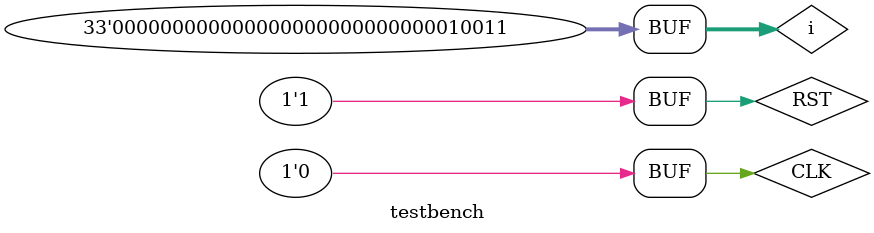
<source format=v>
`timescale 1ns / 1ps
`include "DOWNCOUNTER_4BIT.v"
module testbench;

	// Inputs
	reg CLK;
	reg RST;

	// Outputs
	wire [3:0] OUT;
	reg [32:0] i;
	// Instantiate the Unit Under Test (UUT)
	DOWNCOUNTER_4BIT uut (
		.CLK(CLK), 
		.RST(RST), 
		.OUT(OUT)
	);

	initial begin
		// Initialize Inputs
		CLK = 0;
		RST = 0;

		// Wait 100 ns for global reset to finish
		#100;
      RST = 1; #5 RST = 0;
		for(i = 0; i < 19; i=i+1) begin 
			CLK = ~CLK; #5; CLK = ~CLK; #5; 
		end
		for(i = 0; i < 19; i=i+1) begin 
			CLK = ~CLK; #5; CLK = ~CLK; #5; 
		end		
		
		RST = 1;
		for(i = 0; i < 19; i=i+1) begin 
			CLK = ~CLK; #5; CLK = ~CLK; #5; 
		end
		for(i = 0; i < 19; i=i+1) begin 
			CLK = ~CLK; #5; CLK = ~CLK; #5; 
		end	
	end
      
endmodule


</source>
